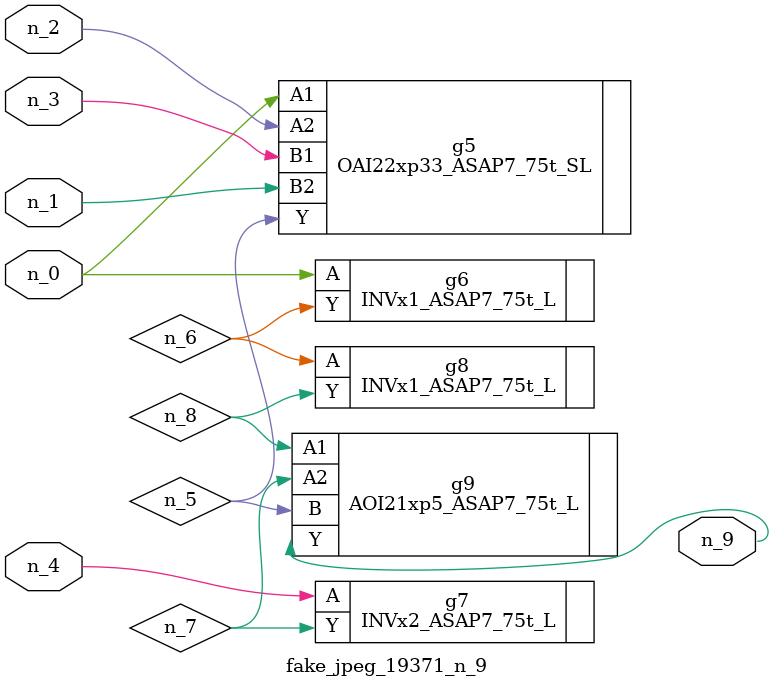
<source format=v>
module fake_jpeg_19371_n_9 (n_3, n_2, n_1, n_0, n_4, n_9);

input n_3;
input n_2;
input n_1;
input n_0;
input n_4;

output n_9;

wire n_8;
wire n_6;
wire n_5;
wire n_7;

OAI22xp33_ASAP7_75t_SL g5 ( 
.A1(n_0),
.A2(n_2),
.B1(n_3),
.B2(n_1),
.Y(n_5)
);

INVx1_ASAP7_75t_L g6 ( 
.A(n_0),
.Y(n_6)
);

INVx2_ASAP7_75t_L g7 ( 
.A(n_4),
.Y(n_7)
);

INVx1_ASAP7_75t_L g8 ( 
.A(n_6),
.Y(n_8)
);

AOI21xp5_ASAP7_75t_L g9 ( 
.A1(n_8),
.A2(n_7),
.B(n_5),
.Y(n_9)
);


endmodule
</source>
